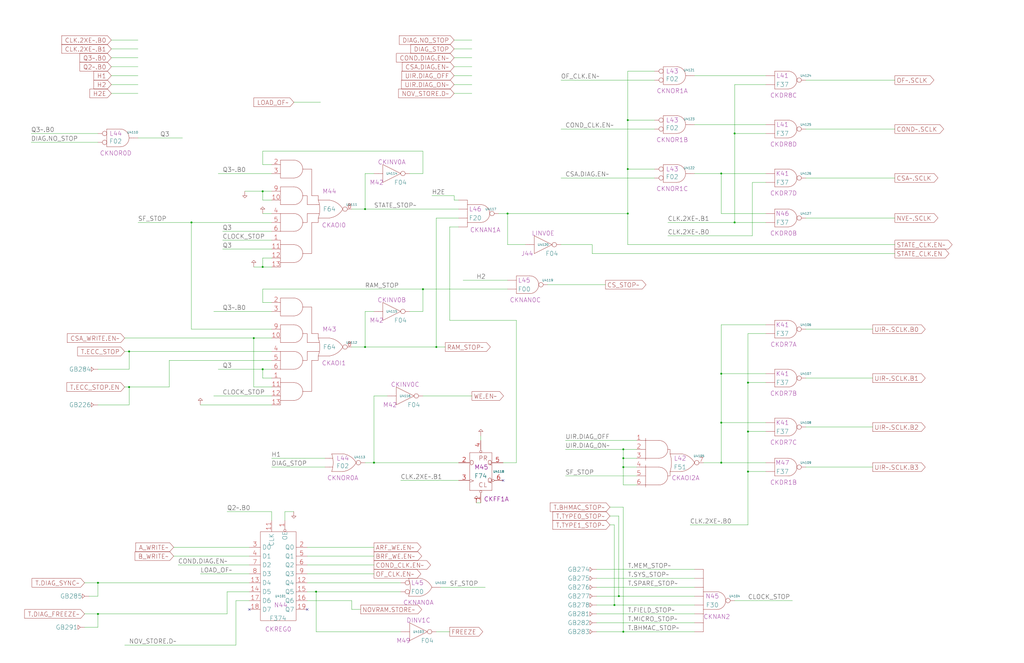
<source format=kicad_sch>
(kicad_sch (version 20250114) (generator "eeschema") (generator_version "9.0")
  (paper "User" 584.2 378.46)
  (title_block (title "CLOCK GENERATION\\nSTATE CLOCKS") (date "15-MAR-90") (rev "1.0") (comment 1 "TYPE") (comment 2 "232-003062") (comment 3 "S400") (comment 4 "RELEASED"))
  (lib_symbols
    (symbol "r1000:F00" (pin_numbers (hide yes)) (pin_names (hide yes))
      (property "Reference" "U" (at 15.24 0 0))
      (property "Value" "F00" (at 1.905 -5.08 0))
      (property "Location" "___" (at 1.905 0 0))
      (property "Name" "______" (at 2.54 -12.7 0))
      (symbol "F00_1_1"
        (pin input line (at -7.62 0 0) (length 5.08) (name "D0") (number "1"))
        (pin input line (at -7.62 -5.08 0) (length 5.08) (name "D1") (number "2"))
        (pin output line (at 15.24 -2.54 180) (length 2.54) (name "Q") (number "3"))
      )
      (symbol "F00_1_2"
        (pin input line (at -7.62 0 0) (length 2.54) (name "D0") (number "1"))
        (pin input line (at -7.62 -5.08 0) (length 2.54) (name "D1") (number "2"))
        (pin output line (at 15.24 -2.54 180) (length 5.08) (name "Q") (number "3"))
      )
    )
    (symbol "r1000:F02" (pin_numbers (hide yes)) (pin_names (hide yes))
      (property "Reference" "U" (at 12.16 0.635 0))
      (property "Value" "F02" (at -1.27 -4.445 0))
      (property "Location" "___" (at 2.54 0 0))
      (property "Name" "______" (at 2.54 -12.7 0))
      (symbol "F02_1_1"
        (pin input line (at -7.62 0 0) (length 2.54) (name "D0") (number "1"))
        (pin input line (at -7.62 -5.08 0) (length 2.54) (name "D1") (number "2"))
        (pin output line (at 15.24 -2.54 180) (length 1.27) (name "Q") (number "3"))
      )
      (symbol "F02_1_2"
        (pin input line (at -7.62 0 0) (length 2.54) (name "D0") (number "1"))
        (pin input line (at -7.62 -5.08 0) (length 2.54) (name "D1") (number "2"))
        (pin output line (at 15.24 -2.54 180) (length 2.54) (name "Q") (number "3"))
      )
    )
    (symbol "r1000:F04" (pin_numbers (hide yes)) (pin_names (hide yes))
      (property "Reference" "U" (at 0 0 0))
      (property "Value" "F04" (at 1.27 -5.08 0))
      (property "Location" "___" (at -12.7 -5.08 0))
      (property "Name" "______" (at 0 5.08 0))
      (symbol "F04_1_1"
        (pin input line (at -10.16 0 0) (length 2.54) (name "D0") (number "1"))
        (pin output line (at 10.16 0 180) (length 2.54) (name "Q") (number "2"))
      )
    )
    (symbol "r1000:F20" (pin_numbers (hide yes)) (pin_names (hide yes))
      (property "Reference" "U" (at 8.255 2.54 0))
      (property "Value" "F20" (at -0.635 -2.54 0))
      (property "Location" "___" (at -0.635 2.54 0))
      (property "Name" "______" (at 5.08 -10.795 0))
      (symbol "F20_1_1"
        (pin input line (at -10.16 7.62 0) (length 5.08) (name "D0") (number "1"))
        (pin input line (at -10.16 2.54 0) (length 5.08) (name "D1") (number "2"))
        (pin input line (at -10.16 -2.54 0) (length 5.08) (name "D2") (number "4"))
        (pin input line (at -10.16 -7.62 0) (length 5.08) (name "D3") (number "5"))
        (pin output line (at 12.7 0 180) (length 2.54) (name "Q") (number "6"))
      )
      (symbol "F20_1_2"
        (pin input line (at -10.16 7.62 0) (length 1.27) (name "D0") (number "1"))
        (pin input line (at -10.16 2.54 0) (length 1.905) (name "D1") (number "2"))
        (pin input line (at -10.16 -2.54 0) (length 1.905) (name "D2") (number "4"))
        (pin input line (at -10.16 -7.62 0) (length 1.27) (name "D3") (number "5"))
        (pin output line (at 12.7 0 180) (length 5.08) (name "Q") (number "6"))
      )
    )
    (symbol "r1000:F30" (pin_numbers (hide yes)) (pin_names (hide yes))
      (property "Reference" "U" (at 15.24 2.54 0))
      (property "Value" "F30" (at 2.54 -2.54 0))
      (property "Location" "___" (at 2.54 2.54 0))
      (property "Name" "______" (at 5.08 -10.62 0))
      (symbol "F30_1_1"
        (pin input line (at -7.62 17.78 0) (length 5.08) (name "D0") (number "11"))
        (pin input line (at -7.62 12.7 0) (length 5.08) (name "D1") (number "12"))
        (pin input line (at -7.62 7.62 0) (length 5.08) (name "D2") (number "1"))
        (pin input line (at -7.62 2.54 0) (length 5.08) (name "D3") (number "2"))
        (pin input line (at -7.62 -2.54 0) (length 5.08) (name "D4") (number "3"))
        (pin input line (at -7.62 -7.62 0) (length 5.08) (name "D5") (number "4"))
        (pin input line (at -7.62 -12.7 0) (length 5.08) (name "D6") (number "5"))
        (pin input line (at -7.62 -17.78 0) (length 5.08) (name "D7") (number "6"))
        (pin output line (at 15.24 0 180) (length 2.54) (name "Q") (number "8"))
      )
    )
    (symbol "r1000:F37" (pin_numbers (hide yes)) (pin_names (offset 0) (hide yes))
      (property "Reference" "U" (at 15.24 0 0))
      (property "Value" "F37" (at 1.905 -5.08 0))
      (property "Location" "___" (at 1.905 0 0))
      (property "Name" "______" (at 2.54 -12.7 0))
      (symbol "F37_1_1"
        (pin input line (at -7.62 0 0) (length 5.08) (name "D0") (number "1"))
        (pin input line (at -7.62 -5.08 0) (length 5.08) (name "D1") (number "2"))
        (pin output line (at 15.24 -2.54 180) (length 2.54) (name "Q") (number "3"))
      )
      (symbol "F37_1_2"
        (pin input line (at -7.62 0 0) (length 2.54) (name "D0") (number "1"))
        (pin input line (at -7.62 -5.08 0) (length 2.54) (name "D1") (number "2"))
        (pin output line (at 15.24 -2.54 180) (length 5.08) (name "Q") (number "3"))
      )
    )
    (symbol "r1000:F374" (pin_names (offset 1.016))
      (property "Reference" "U" (at 2.54 5.08 0))
      (property "Value" "F374" (at -3.81 -7.62 0))
      (property "Location" "___" (at -1.27 0 0))
      (property "Name" "______" (at 1.27 -15.24 0))
      (symbol "F374_1_1"
        (pin input line (at -15.24 33.02 0) (length 6.35) (name "D0") (number "3"))
        (pin input line (at -15.24 27.94 0) (length 6.35) (name "D1") (number "4"))
        (pin input line (at -15.24 22.86 0) (length 6.35) (name "D2") (number "7"))
        (pin input line (at -15.24 17.78 0) (length 6.35) (name "D3") (number "8"))
        (pin input line (at -15.24 12.7 0) (length 6.35) (name "D4") (number "13"))
        (pin input line (at -15.24 7.62 0) (length 6.35) (name "D5") (number "14"))
        (pin input line (at -15.24 2.54 0) (length 6.35) (name "D6") (number "17"))
        (pin input line (at -15.24 -2.54 0) (length 6.35) (name "D7") (number "18"))
        (pin input line (at -2.54 48.26 270) (length 6.35) (name "CLK") (number "11"))
        (pin input line (at 5.08 48.26 270) (length 5.08) (name "OE") (number "1"))
        (pin tri_state line (at 17.78 33.02 180) (length 6.35) (name "Q0") (number "2"))
        (pin tri_state line (at 17.78 27.94 180) (length 6.35) (name "Q1") (number "5"))
        (pin tri_state line (at 17.78 22.86 180) (length 6.35) (name "Q2") (number "6"))
        (pin tri_state line (at 17.78 17.78 180) (length 6.35) (name "Q3") (number "9"))
        (pin tri_state line (at 17.78 12.7 180) (length 6.35) (name "Q4") (number "12"))
        (pin tri_state line (at 17.78 7.62 180) (length 6.35) (name "Q5") (number "15"))
        (pin tri_state line (at 17.78 2.54 180) (length 6.35) (name "Q6") (number "16"))
        (pin tri_state line (at 17.78 -2.54 180) (length 6.35) (name "Q7") (number "19"))
      )
    )
    (symbol "r1000:F51" (pin_names (hide yes))
      (property "Reference" "U" (at 12.7 1.27 0))
      (property "Value" "F51" (at 1.905 -5.08 0))
      (property "Location" "___" (at 1.905 0 0))
      (property "Name" "______" (at 5.08 -12.7 0))
      (symbol "F51_1_1"
        (pin input line (at -22.86 10.16 0) (length 2.54) (name "A1") (number "1"))
        (pin input line (at -22.86 5.08 0) (length 2.54) (name "A2") (number "2"))
        (pin input line (at -22.86 0 0) (length 2.54) (name "A3") (number "3"))
        (pin input line (at -22.86 -5.08 0) (length 2.54) (name "B1") (number "4"))
        (pin input line (at -22.86 -10.16 0) (length 2.54) (name "B2") (number "5"))
        (pin input line (at -22.86 -15.24 0) (length 2.54) (name "B3") (number "6"))
        (pin output line (at 15.24 -2.54 180) (length 2.54) (name "Q") (number "7"))
      )
    )
    (symbol "r1000:F64" (pin_names (hide yes))
      (property "Reference" "U" (at 15.24 2.54 0))
      (property "Value" "F64" (at 2.54 0 0))
      (property "Location" "___" (at 2.54 10.16 0))
      (property "Name" "______" (at 5.08 -10.62 0))
      (symbol "F64_1_1"
        (pin input line (at -30.48 25.4 0) (length 5.08) (name "A0") (number "2"))
        (pin input line (at -30.48 20.32 0) (length 5.08) (name "A1") (number "3"))
        (pin input line (at -30.48 10.16 0) (length 5.08) (name "B0") (number "9"))
        (pin input line (at -30.48 5.08 0) (length 5.08) (name "B1") (number "10"))
        (pin input line (at -30.48 -2.54 0) (length 5.08) (name "C0") (number "4"))
        (pin input line (at -30.48 -7.62 0) (length 5.08) (name "C1") (number "5"))
        (pin input line (at -30.48 -12.7 0) (length 5.08) (name "C2") (number "6"))
        (pin input line (at -30.48 -17.78 0) (length 5.08) (name "D0") (number "1"))
        (pin input line (at -30.48 -22.86 0) (length 5.08) (name "D1") (number "11"))
        (pin input line (at -30.48 -27.94 0) (length 5.08) (name "D2") (number "12"))
        (pin input line (at -30.48 -33.02 0) (length 5.08) (name "D3") (number "13"))
        (pin output line (at 15.24 0 180) (length 2.54) (name "Q") (number "8"))
      )
    )
    (symbol "r1000:F74" (pin_names (offset 1.016) (hide yes))
      (property "Reference" "U" (at 12.7 -2.54 0))
      (property "Value" "F74" (at -1.27 -5.08 0))
      (property "Location" "___" (at -1.27 0 0))
      (property "Name" "______" (at 11.43 -19.685 0))
      (symbol "F74_1_1"
        (text "D" (at -2.54 2.54 0) (effects (font (size 2.54 2.54))))
        (text ">" (at -2.54 -7.62 0) (effects (font (size 2.54 2.54))))
        (text "P" (at 2.54 5.08 0) (effects (font (size 2.54 2.54))))
        (text "C" (at 2.54 -10.16 0) (effects (font (size 2.54 2.54))))
        (text "R" (at 5.08 5.08 0) (effects (font (size 2.54 2.54))))
        (text "L" (at 5.08 -10.16 0) (effects (font (size 2.54 2.54))))
        (text "Q" (at 7.62 2.54 0) (effects (font (size 2.54 2.54))))
        (text "Q" (at 7.62 -7.62 0) (effects (font (size 2.54 2.54))))
        (pin input line (at -10.16 2.54 0) (length 6.35) (name "D") (number "2"))
        (pin input line (at -10.16 -7.62 0) (length 6.35) (name "CLK") (number "3"))
        (pin input line (at 2.54 15.24 270) (length 5.08) (name "PR_") (number "4"))
        (pin input line (at 2.54 -20.32 90) (length 5.08) (name "CL_") (number "1"))
        (pin output line (at 15.24 2.54 180) (length 6.35) (name "Q") (number "5"))
        (pin output line (at 15.24 -7.62 180) (length 5.08) (name "Q_") (number "6"))
      )
    )
    (symbol "r1000:GB" (pin_numbers (hide yes)) (pin_names (offset 0) (hide yes))
      (property "Reference" "GB" (at 3.81 0 0))
      (symbol "GB_1_1"
        (pin bidirectional line (at 0 0 0) (length 2.54) (name "") (number "1"))
      )
    )
    (symbol "r1000:PD" (power) (pin_numbers (hide yes)) (pin_names (hide yes)) (in_bom no)
      (symbol "PD_1_1"
        (pin power_in line (at 0 0 270) (length 2.54) (name "PD") (number "1"))
      )
    )
    (symbol "r1000:PU" (power) (pin_numbers (hide yes)) (pin_names (hide yes))
      (symbol "PU_1_1"
        (pin power_in line (at 0 0 90) (length 2.54) (name "PU") (number "1"))
      )
    )
  )
  (junction (at 109.22 127))
  (junction (at 411.48 264.16))
  (junction (at 355.6 256.54))
  (junction (at 55.88 332.74))
  (junction (at 144.78 193.04))
  (junction (at 353.06 340.36))
  (junction (at 355.6 261.62))
  (junction (at 180.34 337.82))
  (junction (at 73.66 220.98))
  (junction (at 426.72 218.44))
  (junction (at 73.66 200.66))
  (junction (at 355.6 266.7))
  (junction (at 289.56 121.92))
  (junction (at 149.86 210.82))
  (junction (at 241.3 165.1))
  (junction (at 149.86 109.22))
  (junction (at 358.14 68.58))
  (junction (at 411.48 213.36))
  (junction (at 213.36 264.16))
  (junction (at 350.52 345.44))
  (junction (at 208.28 119.38))
  (junction (at 411.48 241.3))
  (junction (at 426.72 246.38))
  (junction (at 358.14 121.92))
  (junction (at 411.48 99.06))
  (junction (at 248.92 198.12))
  (junction (at 426.72 269.24))
  (junction (at 419.1 127))
  (junction (at 208.28 198.12))
  (junction (at 55.88 350.52))
  (junction (at 355.6 360.68))
  (junction (at 149.86 152.4))
  (junction (at 358.14 96.52))
  (junction (at 419.1 76.2))
  (no_connect (at 175.26 347.98))
  (no_connect (at 142.24 347.98))
  (no_connect (at 287.02 274.32))
  (wire (pts (xy 411.48 121.92) (xy 411.48 99.06)))
  (wire (pts (xy 350.52 299.72) (xy 350.52 345.44)))
  (wire (pts (xy 261.62 114.3) (xy 259.08 114.3)))
  (wire (pts (xy 289.56 139.7) (xy 289.56 121.92)))
  (wire (pts (xy 233.68 177.8) (xy 241.3 177.8)))
  (wire (pts (xy 259.08 53.34) (xy 269.24 53.34)))
  (wire (pts (xy 259.08 22.86) (xy 269.24 22.86)))
  (wire (pts (xy 322.58 271.78) (xy 363.22 271.78)))
  (wire (pts (xy 48.26 332.74) (xy 55.88 332.74)))
  (wire (pts (xy 208.28 264.16) (xy 213.36 264.16)))
  (wire (pts (xy 124.46 99.06) (xy 154.94 99.06)))
  (wire (pts (xy 340.36 350.52) (xy 396.24 350.52)))
  (wire (pts (xy 213.36 99.06) (xy 208.28 99.06)))
  (wire (pts (xy 63.5 38.1) (xy 78.74 38.1)))
  (wire (pts (xy 149.86 172.72) (xy 154.94 172.72)))
  (wire (pts (xy 71.12 200.66) (xy 73.66 200.66)))
  (wire (pts (xy 355.6 266.7) (xy 355.6 261.62)))
  (wire (pts (xy 340.36 335.28) (xy 396.24 335.28)))
  (wire (pts (xy 248.92 198.12) (xy 254 198.12)))
  (wire (pts (xy 358.14 121.92) (xy 358.14 139.7)))
  (wire (pts (xy 144.78 220.98) (xy 144.78 193.04)))
  (wire (pts (xy 436.88 185.42) (xy 411.48 185.42)))
  (wire (pts (xy 340.36 325.12) (xy 396.24 325.12)))
  (wire (pts (xy 96.52 205.74) (xy 96.52 220.98)))
  (wire (pts (xy 355.6 289.56) (xy 355.6 360.68)))
  (wire (pts (xy 436.88 190.5) (xy 426.72 190.5)))
  (wire (pts (xy 99.06 317.5) (xy 142.24 317.5)))
  (wire (pts (xy 259.08 43.18) (xy 269.24 43.18)))
  (wire (pts (xy 248.92 360.68) (xy 256.54 360.68)))
  (wire (pts (xy 363.22 276.86) (xy 355.6 276.86)))
  (wire (pts (xy 419.1 127) (xy 436.88 127)))
  (wire (pts (xy 419.1 48.26) (xy 419.1 76.2)))
  (wire (pts (xy 154.94 187.96) (xy 109.22 187.96)))
  (wire (pts (xy 99.06 312.42) (xy 142.24 312.42)))
  (wire (pts (xy 127 142.24) (xy 154.94 142.24)))
  (wire (pts (xy 154.94 147.32) (xy 149.86 147.32)))
  (wire (pts (xy 426.72 246.38) (xy 426.72 269.24)))
  (wire (pts (xy 55.88 210.82) (xy 73.66 210.82)))
  (wire (pts (xy 271.78 287.02) (xy 274.32 287.02)))
  (wire (pts (xy 322.58 251.46) (xy 363.22 251.46)))
  (wire (pts (xy 294.64 264.16) (xy 294.64 182.88)))
  (wire (pts (xy 73.66 220.98) (xy 71.12 220.98)))
  (wire (pts (xy 459.74 124.46) (xy 510.54 124.46)))
  (wire (pts (xy 63.5 48.26) (xy 78.74 48.26)))
  (wire (pts (xy 63.5 27.94) (xy 78.74 27.94)))
  (wire (pts (xy 429.26 134.62) (xy 381 134.62)))
  (wire (pts (xy 256.54 182.88) (xy 256.54 129.54)))
  (wire (pts (xy 259.08 48.26) (xy 269.24 48.26)))
  (wire (pts (xy 200.66 198.12) (xy 208.28 198.12)))
  (wire (pts (xy 426.72 218.44) (xy 436.88 218.44)))
  (wire (pts (xy 347.98 289.56) (xy 355.6 289.56)))
  (wire (pts (xy 149.86 215.9) (xy 149.86 210.82)))
  (wire (pts (xy 180.34 360.68) (xy 180.34 337.82)))
  (wire (pts (xy 426.72 269.24) (xy 426.72 299.72)))
  (wire (pts (xy 17.78 81.28) (xy 55.88 81.28)))
  (wire (pts (xy 154.94 297.18) (xy 154.94 292.1)))
  (wire (pts (xy 149.86 147.32) (xy 149.86 152.4)))
  (wire (pts (xy 459.74 215.9) (xy 497.84 215.9)))
  (wire (pts (xy 127 132.08) (xy 154.94 132.08)))
  (wire (pts (xy 114.3 327.66) (xy 142.24 327.66)))
  (wire (pts (xy 337.82 139.7) (xy 337.82 144.78)))
  (wire (pts (xy 180.34 337.82) (xy 228.6 337.82)))
  (wire (pts (xy 144.78 193.04) (xy 154.94 193.04)))
  (wire (pts (xy 459.74 73.66) (xy 510.54 73.66)))
  (wire (pts (xy 175.26 312.42) (xy 213.36 312.42)))
  (wire (pts (xy 175.26 317.5) (xy 213.36 317.5)))
  (wire (pts (xy 200.66 119.38) (xy 208.28 119.38)))
  (wire (pts (xy 294.64 182.88) (xy 256.54 182.88)))
  (wire (pts (xy 78.74 78.74) (xy 104.14 78.74)))
  (wire (pts (xy 411.48 264.16) (xy 436.88 264.16)))
  (wire (pts (xy 411.48 213.36) (xy 436.88 213.36)))
  (wire (pts (xy 162.56 292.1) (xy 162.56 297.18)))
  (wire (pts (xy 340.36 330.2) (xy 396.24 330.2)))
  (wire (pts (xy 358.14 96.52) (xy 358.14 121.92)))
  (wire (pts (xy 320.04 45.72) (xy 373.38 45.72)))
  (wire (pts (xy 63.5 22.86) (xy 78.74 22.86)))
  (wire (pts (xy 71.12 368.3) (xy 134.62 368.3)))
  (wire (pts (xy 358.14 139.7) (xy 510.54 139.7)))
  (wire (pts (xy 208.28 119.38) (xy 261.62 119.38)))
  (wire (pts (xy 459.74 101.6) (xy 510.54 101.6)))
  (wire (pts (xy 63.5 43.18) (xy 78.74 43.18)))
  (wire (pts (xy 96.52 220.98) (xy 73.66 220.98)))
  (wire (pts (xy 355.6 256.54) (xy 363.22 256.54)))
  (wire (pts (xy 426.72 190.5) (xy 426.72 218.44)))
  (wire (pts (xy 129.54 337.82) (xy 129.54 350.52)))
  (wire (pts (xy 144.78 152.4) (xy 149.86 152.4)))
  (wire (pts (xy 167.64 292.1) (xy 162.56 292.1)))
  (wire (pts (xy 200.66 342.9) (xy 200.66 347.98)))
  (wire (pts (xy 78.74 127) (xy 109.22 127)))
  (wire (pts (xy 358.14 68.58) (xy 358.14 96.52)))
  (wire (pts (xy 322.58 256.54) (xy 355.6 256.54)))
  (wire (pts (xy 259.08 27.94) (xy 269.24 27.94)))
  (wire (pts (xy 355.6 261.62) (xy 355.6 256.54)))
  (wire (pts (xy 149.86 109.22) (xy 154.94 109.22)))
  (wire (pts (xy 274.32 248.92) (xy 274.32 251.46)))
  (wire (pts (xy 142.24 342.9) (xy 134.62 342.9)))
  (wire (pts (xy 241.3 177.8) (xy 241.3 165.1)))
  (wire (pts (xy 340.36 360.68) (xy 355.6 360.68)))
  (wire (pts (xy 411.48 213.36) (xy 411.48 241.3)))
  (wire (pts (xy 363.22 266.7) (xy 355.6 266.7)))
  (wire (pts (xy 175.26 327.66) (xy 213.36 327.66)))
  (wire (pts (xy 114.3 231.14) (xy 154.94 231.14)))
  (wire (pts (xy 353.06 340.36) (xy 396.24 340.36)))
  (wire (pts (xy 246.38 111.76) (xy 259.08 111.76)))
  (wire (pts (xy 200.66 347.98) (xy 205.74 347.98)))
  (wire (pts (xy 213.36 264.16) (xy 261.62 264.16)))
  (wire (pts (xy 251.46 335.28) (xy 276.86 335.28)))
  (wire (pts (xy 17.78 76.2) (xy 55.88 76.2)))
  (wire (pts (xy 337.82 144.78) (xy 510.54 144.78)))
  (wire (pts (xy 73.66 200.66) (xy 154.94 200.66)))
  (wire (pts (xy 208.28 177.8) (xy 208.28 198.12)))
  (wire (pts (xy 154.94 114.3) (xy 149.86 114.3)))
  (wire (pts (xy 109.22 127) (xy 154.94 127)))
  (wire (pts (xy 55.88 231.14) (xy 73.66 231.14)))
  (wire (pts (xy 154.94 266.7) (xy 185.42 266.7)))
  (wire (pts (xy 436.88 48.26) (xy 419.1 48.26)))
  (wire (pts (xy 396.24 99.06) (xy 411.48 99.06)))
  (wire (pts (xy 411.48 241.3) (xy 411.48 264.16)))
  (wire (pts (xy 264.16 160.02) (xy 289.56 160.02)))
  (wire (pts (xy 396.24 43.18) (xy 436.88 43.18)))
  (wire (pts (xy 241.3 86.36) (xy 149.86 86.36)))
  (wire (pts (xy 459.74 187.96) (xy 497.84 187.96)))
  (wire (pts (xy 213.36 226.06) (xy 213.36 264.16)))
  (wire (pts (xy 289.56 121.92) (xy 284.48 121.92)))
  (wire (pts (xy 312.42 162.56) (xy 345.44 162.56)))
  (wire (pts (xy 71.12 193.04) (xy 144.78 193.04)))
  (wire (pts (xy 63.5 33.02) (xy 78.74 33.02)))
  (wire (pts (xy 411.48 241.3) (xy 436.88 241.3)))
  (wire (pts (xy 241.3 99.06) (xy 241.3 86.36)))
  (wire (pts (xy 124.46 210.82) (xy 149.86 210.82)))
  (wire (pts (xy 50.8 340.36) (xy 55.88 340.36)))
  (wire (pts (xy 411.48 99.06) (xy 436.88 99.06)))
  (wire (pts (xy 259.08 114.3) (xy 259.08 111.76)))
  (wire (pts (xy 248.92 124.46) (xy 248.92 198.12)))
  (wire (pts (xy 149.86 121.92) (xy 154.94 121.92)))
  (wire (pts (xy 401.32 264.16) (xy 411.48 264.16)))
  (wire (pts (xy 340.36 345.44) (xy 350.52 345.44)))
  (wire (pts (xy 353.06 294.64) (xy 353.06 340.36)))
  (wire (pts (xy 55.88 332.74) (xy 142.24 332.74)))
  (wire (pts (xy 213.36 177.8) (xy 208.28 177.8)))
  (wire (pts (xy 129.54 350.52) (xy 55.88 350.52)))
  (wire (pts (xy 459.74 45.72) (xy 510.54 45.72)))
  (wire (pts (xy 73.66 210.82) (xy 73.66 200.66)))
  (wire (pts (xy 167.64 58.42) (xy 182.88 58.42)))
  (wire (pts (xy 256.54 129.54) (xy 261.62 129.54)))
  (wire (pts (xy 419.1 76.2) (xy 419.1 127)))
  (wire (pts (xy 208.28 198.12) (xy 248.92 198.12)))
  (wire (pts (xy 154.94 215.9) (xy 149.86 215.9)))
  (wire (pts (xy 55.88 332.74) (xy 55.88 340.36)))
  (wire (pts (xy 419.1 342.9) (xy 452.12 342.9)))
  (wire (pts (xy 299.72 139.7) (xy 289.56 139.7)))
  (wire (pts (xy 355.6 360.68) (xy 396.24 360.68)))
  (wire (pts (xy 241.3 165.1) (xy 149.86 165.1)))
  (wire (pts (xy 459.74 243.84) (xy 497.84 243.84)))
  (wire (pts (xy 358.14 96.52) (xy 373.38 96.52)))
  (wire (pts (xy 175.26 337.82) (xy 180.34 337.82)))
  (wire (pts (xy 149.86 165.1) (xy 149.86 172.72)))
  (wire (pts (xy 142.24 337.82) (xy 129.54 337.82)))
  (wire (pts (xy 154.94 261.62) (xy 185.42 261.62)))
  (wire (pts (xy 320.04 73.66) (xy 373.38 73.66)))
  (wire (pts (xy 358.14 121.92) (xy 289.56 121.92)))
  (wire (pts (xy 358.14 68.58) (xy 373.38 68.58)))
  (wire (pts (xy 154.94 220.98) (xy 144.78 220.98)))
  (wire (pts (xy 340.36 355.6) (xy 396.24 355.6)))
  (wire (pts (xy 121.92 226.06) (xy 154.94 226.06)))
  (wire (pts (xy 154.94 205.74) (xy 96.52 205.74)))
  (wire (pts (xy 411.48 185.42) (xy 411.48 213.36)))
  (wire (pts (xy 289.56 165.1) (xy 241.3 165.1)))
  (wire (pts (xy 233.68 99.06) (xy 241.3 99.06)))
  (wire (pts (xy 373.38 40.64) (xy 358.14 40.64)))
  (wire (pts (xy 129.54 292.1) (xy 154.94 292.1)))
  (wire (pts (xy 259.08 33.02) (xy 269.24 33.02)))
  (wire (pts (xy 134.62 342.9) (xy 134.62 368.3)))
  (wire (pts (xy 139.7 109.22) (xy 149.86 109.22)))
  (wire (pts (xy 149.86 93.98) (xy 154.94 93.98)))
  (wire (pts (xy 355.6 276.86) (xy 355.6 266.7)))
  (wire (pts (xy 320.04 139.7) (xy 337.82 139.7)))
  (wire (pts (xy 426.72 218.44) (xy 426.72 246.38)))
  (wire (pts (xy 381 127) (xy 419.1 127)))
  (wire (pts (xy 350.52 345.44) (xy 396.24 345.44)))
  (wire (pts (xy 55.88 350.52) (xy 48.26 350.52)))
  (wire (pts (xy 436.88 104.14) (xy 429.26 104.14)))
  (wire (pts (xy 208.28 99.06) (xy 208.28 119.38)))
  (wire (pts (xy 429.26 104.14) (xy 429.26 134.62)))
  (wire (pts (xy 73.66 220.98) (xy 73.66 231.14)))
  (wire (pts (xy 241.3 226.06) (xy 269.24 226.06)))
  (wire (pts (xy 127 137.16) (xy 154.94 137.16)))
  (wire (pts (xy 228.6 274.32) (xy 261.62 274.32)))
  (wire (pts (xy 175.26 332.74) (xy 228.6 332.74)))
  (wire (pts (xy 340.36 340.36) (xy 353.06 340.36)))
  (wire (pts (xy 48.26 358.14) (xy 55.88 358.14)))
  (wire (pts (xy 220.98 226.06) (xy 213.36 226.06)))
  (wire (pts (xy 287.02 264.16) (xy 294.64 264.16)))
  (wire (pts (xy 419.1 76.2) (xy 436.88 76.2)))
  (wire (pts (xy 347.98 294.64) (xy 353.06 294.64)))
  (wire (pts (xy 149.86 210.82) (xy 154.94 210.82)))
  (wire (pts (xy 149.86 152.4) (xy 154.94 152.4)))
  (wire (pts (xy 109.22 187.96) (xy 109.22 127)))
  (wire (pts (xy 55.88 358.14) (xy 55.88 350.52)))
  (wire (pts (xy 347.98 299.72) (xy 350.52 299.72)))
  (wire (pts (xy 426.72 269.24) (xy 436.88 269.24)))
  (wire (pts (xy 63.5 53.34) (xy 78.74 53.34)))
  (wire (pts (xy 175.26 342.9) (xy 200.66 342.9)))
  (wire (pts (xy 363.22 261.62) (xy 355.6 261.62)))
  (wire (pts (xy 459.74 266.7) (xy 497.84 266.7)))
  (wire (pts (xy 149.86 114.3) (xy 149.86 109.22)))
  (wire (pts (xy 228.6 360.68) (xy 180.34 360.68)))
  (wire (pts (xy 358.14 40.64) (xy 358.14 68.58)))
  (wire (pts (xy 320.04 101.6) (xy 373.38 101.6)))
  (wire (pts (xy 436.88 121.92) (xy 411.48 121.92)))
  (wire (pts (xy 261.62 124.46) (xy 248.92 124.46)))
  (wire (pts (xy 121.92 177.8) (xy 154.94 177.8)))
  (wire (pts (xy 101.6 322.58) (xy 142.24 322.58)))
  (wire (pts (xy 426.72 246.38) (xy 436.88 246.38)))
  (wire (pts (xy 175.26 322.58) (xy 213.36 322.58)))
  (wire (pts (xy 259.08 38.1) (xy 269.24 38.1)))
  (wire (pts (xy 396.24 71.12) (xy 436.88 71.12)))
  (wire (pts (xy 149.86 86.36) (xy 149.86 93.98)))
  (wire (pts (xy 393.7 299.72) (xy 426.72 299.72)))
  (label "OF_CLK.EN~" (at 320.04 45.72 0) (effects (font (size 2.54 2.54))))
  (label "CLK.2XE~.B0" (at 393.7 299.72 0) (effects (font (size 2.54 2.54))))
  (label "CSA.DIAG.EN~" (at 322.58 101.6 0) (effects (font (size 2.54 2.54))))
  (label "SF_STOP" (at 322.58 271.78 0) (effects (font (size 2.54 2.54))))
  (label "T.SYS_STOP~" (at 358.14 330.2 0) (effects (font (size 2.54 2.54))))
  (label "DIAG_STOP" (at 154.94 266.7 0) (effects (font (size 2.54 2.54))))
  (label "SF_STOP" (at 256.54 335.28 0) (effects (font (size 2.54 2.54))))
  (label "Q3~.B0" (at 127 99.06 0) (effects (font (size 2.54 2.54))))
  (label "T.MICRO_STOP~" (at 358.14 355.6 0) (effects (font (size 2.54 2.54))))
  (label "CLK.2XE~.B0" (at 381 134.62 0) (effects (font (size 2.54 2.54))))
  (label "NOV_STORE.D~" (at 73.66 368.3 0) (effects (font (size 2.54 2.54))))
  (label "CLOCK_STOP" (at 426.72 342.9 0) (effects (font (size 2.54 2.54))))
  (label "SF_STOP" (at 78.74 127 0) (effects (font (size 2.54 2.54))))
  (label "Q3" (at 91.44 78.74 0) (effects (font (size 2.54 2.54))))
  (label "Q3~.B0" (at 17.78 76.2 0) (effects (font (size 2.54 2.54))))
  (label "H1" (at 154.94 261.62 0) (effects (font (size 2.54 2.54))))
  (label "T.FIELD_STOP~" (at 358.14 350.52 0) (effects (font (size 2.54 2.54))))
  (label "UIR.DIAG_OFF" (at 322.58 251.46 0) (effects (font (size 2.54 2.54))))
  (label "RAM_STOP" (at 208.28 165.1 0) (effects (font (size 2.54 2.54))))
  (label "COND_CLK.EN~" (at 322.58 73.66 0) (effects (font (size 2.54 2.54))))
  (label "Q3" (at 127 210.82 0) (effects (font (size 2.54 2.54))))
  (label "Q3" (at 127 132.08 0) (effects (font (size 2.54 2.54))))
  (label "CLOCK_STOP" (at 127 137.16 0) (effects (font (size 2.54 2.54))))
  (label "T.MEM_STOP~" (at 358.14 325.12 0) (effects (font (size 2.54 2.54))))
  (label "CLK.2XE~.B1" (at 228.6 274.32 0) (effects (font (size 2.54 2.54))))
  (label "Q2~.B0" (at 129.54 292.1 0) (effects (font (size 2.54 2.54))))
  (label "T.SPARE_STOP~" (at 358.14 335.28 0) (effects (font (size 2.54 2.54))))
  (label "CLOCK_STOP" (at 127 226.06 0) (effects (font (size 2.54 2.54))))
  (label "LOAD_OF~" (at 114.3 327.66 0) (effects (font (size 2.54 2.54))))
  (label "COND.DIAG.EN~" (at 101.6 322.58 0) (effects (font (size 2.54 2.54))))
  (label "T.BHMAC_STOP~" (at 358.14 360.68 0) (effects (font (size 2.54 2.54))))
  (label "CLK.2XE~.B1" (at 381 127 0) (effects (font (size 2.54 2.54))))
  (label "STATE_STOP~" (at 213.36 119.38 0) (effects (font (size 2.54 2.54))))
  (label "Q3" (at 127 142.24 0) (effects (font (size 2.54 2.54))))
  (label "Q3~.B0" (at 127 177.8 0) (effects (font (size 2.54 2.54))))
  (label "H2" (at 271.78 160.02 0) (effects (font (size 2.54 2.54))))
  (label "H2E" (at 246.38 111.76 0) (effects (font (size 2.54 2.54))))
  (label "DIAG.NO_STOP" (at 17.78 81.28 0) (effects (font (size 2.54 2.54))))
  (label "UIR.DIAG_ON~" (at 322.58 256.54 0) (effects (font (size 2.54 2.54))))
  (global_label "UIR~.SCLK.B2" (shape output) (at 497.84 243.84 0) (effects (font (size 2.54 2.54))) (property "Intersheetrefs" "${INTERSHEET_REFS}" (at 527.6336 243.6813 0) (effects (font (size 1.905 1.905)) (justify left))))
  (global_label "T.ECC_STOP" (shape input) (at 71.12 200.66 180) (effects (font (size 2.54 2.54))) (property "Intersheetrefs" "${INTERSHEET_REFS}" (at 44.2807 200.5013 0) (effects (font (size 1.905 1.905)) (justify right))))
  (global_label "STATE_CLK.EN~" (shape output) (at 510.54 139.7 0) (effects (font (size 2.54 2.54))) (property "Intersheetrefs" "${INTERSHEET_REFS}" (at 543.185 139.5413 0) (effects (font (size 1.905 1.905)) (justify left))))
  (global_label "COND~.SCLK" (shape output) (at 510.54 73.66 0) (effects (font (size 2.54 2.54))) (property "Intersheetrefs" "${INTERSHEET_REFS}" (at 538.347 73.5013 0) (effects (font (size 1.905 1.905)) (justify left))))
  (global_label "COND_CLK.EN~" (shape output) (at 213.36 322.58 0) (effects (font (size 2.54 2.54))) (property "Intersheetrefs" "${INTERSHEET_REFS}" (at 245.6422 322.4213 0) (effects (font (size 1.905 1.905)) (justify left))))
  (global_label "A_WRITE~" (shape input) (at 99.06 312.42 180) (effects (font (size 2.54 2.54))) (property "Intersheetrefs" "${INTERSHEET_REFS}" (at 77.6121 312.2613 0) (effects (font (size 1.905 1.905)) (justify right))))
  (global_label "UIR.DIAG_OFF" (shape input) (at 259.08 43.18 180) (effects (font (size 2.54 2.54))) (property "Intersheetrefs" "${INTERSHEET_REFS}" (at 229.2169 43.0213 0) (effects (font (size 1.905 1.905)) (justify right))))
  (global_label "CS_STOP~" (shape output) (at 345.44 162.56 0) (effects (font (size 2.54 2.54))) (property "Intersheetrefs" "${INTERSHEET_REFS}" (at 368.5298 162.4013 0) (effects (font (size 1.905 1.905)) (justify left))))
  (global_label "BRF_WE.EN~" (shape output) (at 213.36 317.5 0) (effects (font (size 2.54 2.54))) (property "Intersheetrefs" "${INTERSHEET_REFS}" (at 240.3717 317.3413 0) (effects (font (size 1.905 1.905)) (justify left))))
  (global_label "UIR.DIAG_ON~" (shape input) (at 259.08 48.26 180) (effects (font (size 2.54 2.54))) (property "Intersheetrefs" "${INTERSHEET_REFS}" (at 229.0959 48.1013 0) (effects (font (size 1.905 1.905)) (justify right))))
  (global_label "CLK.2XE~.B1" (shape input) (at 63.5 27.94 180) (effects (font (size 2.54 2.54))) (property "Intersheetrefs" "${INTERSHEET_REFS}" (at 35.2092 27.7813 0) (effects (font (size 1.905 1.905)) (justify right))))
  (global_label "UIR~.SCLK.B0" (shape output) (at 497.84 187.96 0) (effects (font (size 2.54 2.54))) (property "Intersheetrefs" "${INTERSHEET_REFS}" (at 527.6336 187.8013 0) (effects (font (size 1.905 1.905)) (justify left))))
  (global_label "CLK.2XE~.B0" (shape input) (at 63.5 22.86 180) (effects (font (size 2.54 2.54))) (property "Intersheetrefs" "${INTERSHEET_REFS}" (at 35.2092 22.7013 0) (effects (font (size 1.905 1.905)) (justify right))))
  (global_label "DIAG_STOP" (shape input) (at 259.08 27.94 180) (effects (font (size 2.54 2.54))) (property "Intersheetrefs" "${INTERSHEET_REFS}" (at 234.2969 27.7813 0) (effects (font (size 1.905 1.905)) (justify right))))
  (global_label "T.TYPE1_STOP~" (shape input) (at 347.98 299.72 180) (effects (font (size 2.54 2.54))) (property "Intersheetrefs" "${INTERSHEET_REFS}" (at 315.335 299.5613 0) (effects (font (size 1.905 1.905)) (justify right))))
  (global_label "NOV_STORE.D~" (shape input) (at 259.08 53.34 180) (effects (font (size 2.54 2.54))) (property "Intersheetrefs" "${INTERSHEET_REFS}" (at 227.4026 53.1813 0) (effects (font (size 1.905 1.905)) (justify right))))
  (global_label "T.ECC_STOP.EN" (shape input) (at 71.12 220.98 180) (effects (font (size 2.54 2.54))) (property "Intersheetrefs" "${INTERSHEET_REFS}" (at 38.1121 220.8213 0) (effects (font (size 1.905 1.905)) (justify right))))
  (global_label "H1" (shape input) (at 63.5 43.18 180) (effects (font (size 2.54 2.54))) (property "Intersheetrefs" "${INTERSHEET_REFS}" (at 53.594 43.0213 0) (effects (font (size 1.905 1.905)) (justify right))))
  (global_label "DIAG.NO_STOP" (shape input) (at 259.08 22.86 180) (effects (font (size 2.54 2.54))) (property "Intersheetrefs" "${INTERSHEET_REFS}" (at 227.7654 22.7013 0) (effects (font (size 1.905 1.905)) (justify right))))
  (global_label "CSA.DIAG.EN~" (shape input) (at 259.08 38.1 180) (effects (font (size 2.54 2.54))) (property "Intersheetrefs" "${INTERSHEET_REFS}" (at 229.4588 37.9413 0) (effects (font (size 1.905 1.905)) (justify right))))
  (global_label "NOVRAM.STORE~" (shape output) (at 205.74 347.98 0) (effects (font (size 2.54 2.54))) (property "Intersheetrefs" "${INTERSHEET_REFS}" (at 240.3717 347.8213 0) (effects (font (size 1.905 1.905)) (justify left))))
  (global_label "H2E" (shape input) (at 63.5 53.34 180) (effects (font (size 2.54 2.54))) (property "Intersheetrefs" "${INTERSHEET_REFS}" (at 51.2959 53.1813 0) (effects (font (size 1.905 1.905)) (justify right))))
  (global_label "UIR~.SCLK.B1" (shape output) (at 497.84 215.9 0) (effects (font (size 2.54 2.54))) (property "Intersheetrefs" "${INTERSHEET_REFS}" (at 527.6336 215.7413 0) (effects (font (size 1.905 1.905)) (justify left))))
  (global_label "ARF_WE.EN~" (shape output) (at 213.36 312.42 0) (effects (font (size 2.54 2.54))) (property "Intersheetrefs" "${INTERSHEET_REFS}" (at 240.0088 312.2613 0) (effects (font (size 1.905 1.905)) (justify left))))
  (global_label "FREEZE" (shape output) (at 256.54 360.68 0) (effects (font (size 2.54 2.54))) (property "Intersheetrefs" "${INTERSHEET_REFS}" (at 275.206 360.5213 0) (effects (font (size 1.905 1.905)) (justify left))))
  (global_label "STATE_CLK.EN" (shape output) (at 510.54 144.78 0) (effects (font (size 2.54 2.54))) (property "Intersheetrefs" "${INTERSHEET_REFS}" (at 541.3708 144.6213 0) (effects (font (size 1.905 1.905)) (justify left))))
  (global_label "OF~.SCLK" (shape output) (at 510.54 45.72 0) (effects (font (size 2.54 2.54))) (property "Intersheetrefs" "${INTERSHEET_REFS}" (at 532.7831 45.5613 0) (effects (font (size 1.905 1.905)) (justify left))))
  (global_label "T.DIAG_FREEZE~" (shape input) (at 48.26 350.52 180) (effects (font (size 2.54 2.54))) (property "Intersheetrefs" "${INTERSHEET_REFS}" (at 14.2331 350.3613 0) (effects (font (size 1.905 1.905)) (justify right))))
  (global_label "Q3~.B0" (shape input) (at 63.5 33.02 180) (effects (font (size 2.54 2.54))) (property "Intersheetrefs" "${INTERSHEET_REFS}" (at 45.6111 32.8613 0) (effects (font (size 1.905 1.905)) (justify right))))
  (global_label "CSA~.SCLK" (shape output) (at 510.54 101.6 0) (effects (font (size 2.54 2.54))) (property "Intersheetrefs" "${INTERSHEET_REFS}" (at 535.0812 101.4413 0) (effects (font (size 1.905 1.905)) (justify left))))
  (global_label "B_WRITE~" (shape input) (at 99.06 317.5 180) (effects (font (size 2.54 2.54))) (property "Intersheetrefs" "${INTERSHEET_REFS}" (at 77.2493 317.3413 0) (effects (font (size 1.905 1.905)) (justify right))))
  (global_label "T.DIAG_SYNC~" (shape input) (at 48.26 332.74 180) (effects (font (size 2.54 2.54))) (property "Intersheetrefs" "${INTERSHEET_REFS}" (at 18.4664 332.5813 0) (effects (font (size 1.905 1.905)) (justify right))))
  (global_label "T.BHMAC_STOP~" (shape input) (at 347.98 289.56 180) (effects (font (size 2.54 2.54))) (property "Intersheetrefs" "${INTERSHEET_REFS}" (at 313.8835 289.4013 0) (effects (font (size 1.905 1.905)) (justify right))))
  (global_label "LOAD_OF~" (shape input) (at 167.64 58.42 180) (effects (font (size 2.54 2.54))) (property "Intersheetrefs" "${INTERSHEET_REFS}" (at 144.7921 58.2613 0) (effects (font (size 1.905 1.905)) (justify right))))
  (global_label "RAM_STOP~" (shape output) (at 254 198.12 0) (effects (font (size 2.54 2.54))) (property "Intersheetrefs" "${INTERSHEET_REFS}" (at 279.7508 197.9613 0) (effects (font (size 1.905 1.905)) (justify left))))
  (global_label "WE.EN~" (shape output) (at 269.24 226.06 0) (effects (font (size 2.54 2.54))) (property "Intersheetrefs" "${INTERSHEET_REFS}" (at 287.2498 225.9013 0) (effects (font (size 1.905 1.905)) (justify left))))
  (global_label "CSA_WRITE.EN~" (shape input) (at 71.12 193.04 180) (effects (font (size 2.54 2.54))) (property "Intersheetrefs" "${INTERSHEET_REFS}" (at 38.354 192.8813 0) (effects (font (size 1.905 1.905)) (justify right))))
  (global_label "UIR~.SCLK.B3" (shape output) (at 497.84 266.7 0) (effects (font (size 2.54 2.54))) (property "Intersheetrefs" "${INTERSHEET_REFS}" (at 527.6336 266.5413 0) (effects (font (size 1.905 1.905)) (justify left))))
  (global_label "T.TYPE0_STOP~" (shape input) (at 347.98 294.64 180) (effects (font (size 2.54 2.54))) (property "Intersheetrefs" "${INTERSHEET_REFS}" (at 315.335 294.4813 0) (effects (font (size 1.905 1.905)) (justify right))))
  (global_label "H2" (shape input) (at 63.5 48.26 180) (effects (font (size 2.54 2.54))) (property "Intersheetrefs" "${INTERSHEET_REFS}" (at 53.594 48.1013 0) (effects (font (size 1.905 1.905)) (justify right))))
  (global_label "NVE~.SCLK" (shape output) (at 510.54 124.46 0) (effects (font (size 2.54 2.54))) (property "Intersheetrefs" "${INTERSHEET_REFS}" (at 535.0812 124.3013 0) (effects (font (size 1.905 1.905)) (justify left))))
  (global_label "COND.DIAG.EN~" (shape input) (at 259.08 33.02 180) (effects (font (size 2.54 2.54))) (property "Intersheetrefs" "${INTERSHEET_REFS}" (at 226.193 32.8613 0) (effects (font (size 1.905 1.905)) (justify right))))
  (global_label "Q2~.B0" (shape input) (at 63.5 38.1 180) (effects (font (size 2.54 2.54))) (property "Intersheetrefs" "${INTERSHEET_REFS}" (at 45.6111 37.9413 0) (effects (font (size 1.905 1.905)) (justify right))))
  (global_label "OF_CLK.EN~" (shape output) (at 213.36 327.66 0) (effects (font (size 2.54 2.54))) (property "Intersheetrefs" "${INTERSHEET_REFS}" (at 239.8879 327.5013 0) (effects (font (size 1.905 1.905)) (justify left))))
  (symbol (lib_id "r1000:F04") (at 309.88 139.7 0) (unit 1)
    (property "Reference" "U4120" (at 309.88 139.7 0))
    (property "Value" "F04" (at 311.15 144.78 0) (effects (font (size 2.54 2.54)) (justify left)))
    (property "Location" "J44" (at 297.18 144.78 0) (effects (font (size 2.54 2.54)) (justify left)))
    (property "Name" "LINV0E" (at 309.88 134.62 0) (effects (font (size 2.54 2.54)) (justify bottom)))
  )
  (symbol (lib_id "r1000:GB") (at 340.36 350.52 0) (mirror y) (unit 1)
    (property "Reference" "GB281" (at 336.55 350.52 0) (effects (font (size 2.54 2.54)) (justify left)))
    (property "Value" "GB" (effects (hide yes)))
  )
  (symbol (lib_id "r1000:F37") (at 444.5 121.92 0) (unit 1)
    (property "Reference" "U4127" (at 459.74 121.92 0))
    (property "Value" "F37" (at 446.405 127 0) (effects (font (size 2.54 2.54))))
    (property "Location" "N46" (at 446.405 121.92 0) (effects (font (size 2.54 2.54))))
    (property "Name" "CKDR0B" (at 447.04 134.62 0) (effects (font (size 2.54 2.54)) (justify bottom)))
  )
  (symbol (lib_id "r1000:GB") (at 48.26 358.14 0) (mirror y) (unit 1)
    (property "Reference" "GB291" (at 44.45 358.14 0) (effects (font (size 2.54 2.54)) (justify left)))
    (property "Value" "GB" (effects (hide yes)))
  )
  (symbol (lib_id "r1000:F02") (at 381 68.58 0) (unit 1) (convert 2)
    (property "Reference" "U4123" (at 393.16 67.945 0))
    (property "Value" "F02" (at 379.73 73.025 0) (effects (font (size 2.54 2.54)) (justify left)))
    (property "Location" "L43" (at 383.54 68.58 0) (effects (font (size 2.54 2.54))))
    (property "Name" "CKNOR1B" (at 383.54 81.28 0) (effects (font (size 2.54 2.54)) (justify bottom)))
  )
  (symbol (lib_id "r1000:F37") (at 444.5 99.06 0) (unit 1)
    (property "Reference" "U4126" (at 459.74 99.06 0))
    (property "Value" "F37" (at 446.405 104.14 0) (effects (font (size 2.54 2.54))))
    (property "Location" "K41" (at 446.405 99.06 0) (effects (font (size 2.54 2.54))))
    (property "Name" "CKDR7D" (at 447.04 111.76 0) (effects (font (size 2.54 2.54)) (justify bottom)))
  )
  (symbol (lib_id "r1000:GB") (at 340.36 345.44 0) (mirror y) (unit 1)
    (property "Reference" "GB278" (at 336.55 345.44 0) (effects (font (size 2.54 2.54)) (justify left)))
    (property "Value" "GB" (effects (hide yes)))
  )
  (symbol (lib_id "r1000:PD") (at 167.64 292.1 0) (unit 1) (in_bom no)
    (property "Reference" "#PWR0131" (effects (hide yes)))
    (property "Value" "PD" (effects (hide yes)))
  )
  (symbol (lib_id "r1000:GB") (at 340.36 340.36 0) (mirror y) (unit 1)
    (property "Reference" "GB277" (at 336.55 340.36 0) (effects (font (size 2.54 2.54)) (justify left)))
    (property "Value" "GB" (effects (hide yes)))
  )
  (symbol (lib_id "r1000:F74") (at 271.78 266.7 0) (unit 1)
    (property "Reference" "U4118" (at 284.48 269.24 0))
    (property "Value" "F74" (at 270.51 271.78 0) (effects (font (size 2.54 2.54)) (justify left)))
    (property "Location" "M45" (at 270.51 266.7 0) (effects (font (size 2.54 2.54)) (justify left)))
    (property "Name" "CKFF1A" (at 283.21 286.385 0) (effects (font (size 2.54 2.54)) (justify bottom)))
  )
  (symbol (lib_id "r1000:F02") (at 381 96.52 0) (unit 1) (convert 2)
    (property "Reference" "U4122" (at 393.16 95.885 0))
    (property "Value" "F02" (at 379.73 100.965 0) (effects (font (size 2.54 2.54)) (justify left)))
    (property "Location" "L43" (at 383.54 96.52 0) (effects (font (size 2.54 2.54))))
    (property "Name" "CKNOR1C" (at 383.54 109.22 0) (effects (font (size 2.54 2.54)) (justify bottom)))
  )
  (symbol (lib_id "r1000:GB") (at 340.36 335.28 0) (mirror y) (unit 1)
    (property "Reference" "GB276" (at 336.55 335.28 0) (effects (font (size 2.54 2.54)) (justify left)))
    (property "Value" "GB" (effects (hide yes)))
  )
  (symbol (lib_id "r1000:PU") (at 274.32 248.92 0) (unit 1)
    (property "Reference" "#PWR04106" (effects (hide yes)))
    (property "Value" "PU" (effects (hide yes)))
  )
  (symbol (lib_id "r1000:GB") (at 340.36 355.6 0) (mirror y) (unit 1)
    (property "Reference" "GB282" (at 336.55 355.6 0) (effects (font (size 2.54 2.54)) (justify left)))
    (property "Value" "GB" (effects (hide yes)))
  )
  (symbol (lib_id "r1000:F04") (at 223.52 99.06 0) (unit 1)
    (property "Reference" "U4114" (at 223.52 99.06 0))
    (property "Value" "F04" (at 224.79 104.14 0) (effects (font (size 2.54 2.54)) (justify left)))
    (property "Location" "M42" (at 210.82 104.14 0) (effects (font (size 2.54 2.54)) (justify left)))
    (property "Name" "CKINV0A" (at 223.52 93.98 0) (effects (font (size 2.54 2.54)) (justify bottom)))
  )
  (symbol (lib_id "r1000:F04") (at 231.14 226.06 0) (unit 1)
    (property "Reference" "U4116" (at 231.14 226.06 0))
    (property "Value" "F04" (at 232.41 231.14 0) (effects (font (size 2.54 2.54)) (justify left)))
    (property "Location" "M42" (at 218.44 231.14 0) (effects (font (size 2.54 2.54)) (justify left)))
    (property "Name" "CKINV0C" (at 231.14 220.98 0) (effects (font (size 2.54 2.54)) (justify bottom)))
  )
  (symbol (lib_id "r1000:F64") (at 185.42 119.38 0) (unit 1)
    (property "Reference" "U4111" (at 200.66 116.84 0))
    (property "Value" "F64" (at 187.96 119.38 0) (effects (font (size 2.54 2.54))))
    (property "Location" "M44" (at 187.96 109.22 0) (effects (font (size 2.54 2.54))))
    (property "Name" "CKAOI0" (at 190.5 130 0) (effects (font (size 2.54 2.54)) (justify bottom)))
  )
  (symbol (lib_id "r1000:F30") (at 403.86 342.9 0) (unit 1)
    (property "Reference" "U4104" (at 419.1 340.36 0))
    (property "Value" "F30" (at 406.4 345.44 0) (effects (font (size 2.54 2.54))))
    (property "Location" "N45" (at 406.4 340.36 0) (effects (font (size 2.54 2.54))))
    (property "Name" "CKNAN2" (at 408.94 353.52 0) (effects (font (size 2.54 2.54)) (justify bottom)))
  )
  (symbol (lib_id "r1000:F37") (at 444.5 241.3 0) (unit 1)
    (property "Reference" "U4108" (at 459.74 241.3 0))
    (property "Value" "F37" (at 446.405 246.38 0) (effects (font (size 2.54 2.54))))
    (property "Location" "K41" (at 446.405 241.3 0) (effects (font (size 2.54 2.54))))
    (property "Name" "CKDR7C" (at 447.04 254 0) (effects (font (size 2.54 2.54)) (justify bottom)))
  )
  (symbol (lib_id "r1000:F37") (at 444.5 213.36 0) (unit 1)
    (property "Reference" "U4107" (at 459.74 213.36 0))
    (property "Value" "F37" (at 446.405 218.44 0) (effects (font (size 2.54 2.54))))
    (property "Location" "K41" (at 446.405 213.36 0) (effects (font (size 2.54 2.54))))
    (property "Name" "CKDR7B" (at 447.04 226.06 0) (effects (font (size 2.54 2.54)) (justify bottom)))
  )
  (symbol (lib_id "r1000:F00") (at 236.22 332.74 0) (unit 1) (convert 2)
    (property "Reference" "U4102" (at 251.46 332.74 0))
    (property "Value" "F00" (at 238.125 337.82 0) (effects (font (size 2.54 2.54))))
    (property "Location" "L45" (at 238.125 332.74 0) (effects (font (size 2.54 2.54))))
    (property "Name" "CKNAN0A" (at 238.76 345.44 0) (effects (font (size 2.54 2.54)) (justify bottom)))
  )
  (symbol (lib_id "r1000:F02") (at 193.04 261.62 0) (unit 1)
    (property "Reference" "U4113" (at 205.2 260.985 0))
    (property "Value" "F02" (at 191.77 266.065 0) (effects (font (size 2.54 2.54)) (justify left)))
    (property "Location" "L44" (at 195.58 261.62 0) (effects (font (size 2.54 2.54))))
    (property "Name" "CKNOR0A" (at 195.58 274.32 0) (effects (font (size 2.54 2.54)) (justify bottom)))
  )
  (symbol (lib_id "r1000:F37") (at 444.5 264.16 0) (unit 1)
    (property "Reference" "U4109" (at 459.74 264.16 0))
    (property "Value" "F37" (at 446.405 269.24 0) (effects (font (size 2.54 2.54))))
    (property "Location" "M47" (at 446.405 264.16 0) (effects (font (size 2.54 2.54))))
    (property "Name" "CKDR1B" (at 447.04 276.86 0) (effects (font (size 2.54 2.54)) (justify bottom)))
  )
  (symbol (lib_id "r1000:F04") (at 238.76 360.68 0) (unit 1)
    (property "Reference" "U4103" (at 238.76 360.68 0))
    (property "Value" "F04" (at 240.03 365.76 0) (effects (font (size 2.54 2.54)) (justify left)))
    (property "Location" "M49" (at 226.06 365.76 0) (effects (font (size 2.54 2.54)) (justify left)))
    (property "Name" "DINV1C" (at 238.76 355.6 0) (effects (font (size 2.54 2.54)) (justify bottom)))
  )
  (symbol (lib_id "r1000:F37") (at 444.5 185.42 0) (unit 1)
    (property "Reference" "U4106" (at 459.74 185.42 0))
    (property "Value" "F37" (at 446.405 190.5 0) (effects (font (size 2.54 2.54))))
    (property "Location" "K41" (at 446.405 185.42 0) (effects (font (size 2.54 2.54))))
    (property "Name" "CKDR7A" (at 447.04 198.12 0) (effects (font (size 2.54 2.54)) (justify bottom)))
  )
  (symbol (lib_id "r1000:GB") (at 50.8 340.36 0) (mirror y) (unit 1)
    (property "Reference" "GB285" (at 46.99 340.36 0) (effects (font (size 2.54 2.54)) (justify left)))
    (property "Value" "GB" (effects (hide yes)))
  )
  (symbol (lib_id "r1000:GB") (at 340.36 330.2 0) (mirror y) (unit 1)
    (property "Reference" "GB275" (at 336.55 330.2 0) (effects (font (size 2.54 2.54)) (justify left)))
    (property "Value" "GB" (effects (hide yes)))
  )
  (symbol (lib_id "r1000:F02") (at 381 40.64 0) (unit 1) (convert 2)
    (property "Reference" "U4121" (at 393.16 40.005 0))
    (property "Value" "F02" (at 379.73 45.085 0) (effects (font (size 2.54 2.54)) (justify left)))
    (property "Location" "L43" (at 383.54 40.64 0) (effects (font (size 2.54 2.54))))
    (property "Name" "CKNOR1A" (at 383.54 53.34 0) (effects (font (size 2.54 2.54)) (justify bottom)))
  )
  (symbol (lib_id "r1000:PU") (at 149.86 121.92 0) (unit 1)
    (property "Reference" "#PWR04104" (effects (hide yes)))
    (property "Value" "PU" (effects (hide yes)))
  )
  (symbol (lib_id "r1000:F04") (at 223.52 177.8 0) (unit 1)
    (property "Reference" "U4115" (at 223.52 177.8 0))
    (property "Value" "F04" (at 224.79 182.88 0) (effects (font (size 2.54 2.54)) (justify left)))
    (property "Location" "M42" (at 210.82 182.88 0) (effects (font (size 2.54 2.54)) (justify left)))
    (property "Name" "CKINV0B" (at 223.52 172.72 0) (effects (font (size 2.54 2.54)) (justify bottom)))
  )
  (symbol (lib_id "r1000:GB") (at 55.88 210.82 0) (mirror y) (unit 1)
    (property "Reference" "GB284" (at 52.07 210.82 0) (effects (font (size 2.54 2.54)) (justify left)))
    (property "Value" "GB" (effects (hide yes)))
  )
  (symbol (lib_id "r1000:F02") (at 63.5 76.2 0) (unit 1) (convert 2)
    (property "Reference" "U4110" (at 75.66 75.565 0))
    (property "Value" "F02" (at 62.23 80.645 0) (effects (font (size 2.54 2.54)) (justify left)))
    (property "Location" "L44" (at 66.04 76.2 0) (effects (font (size 2.54 2.54))))
    (property "Name" "CKNOR0D" (at 66.04 88.9 0) (effects (font (size 2.54 2.54)) (justify bottom)))
  )
  (symbol (lib_id "r1000:PU") (at 114.3 231.14 0) (unit 1)
    (property "Reference" "#PWR04101" (effects (hide yes)))
    (property "Value" "PU" (effects (hide yes)))
  )
  (symbol (lib_id "r1000:F00") (at 297.18 160.02 0) (unit 1)
    (property "Reference" "U4119" (at 312.42 160.02 0))
    (property "Value" "F00" (at 299.085 165.1 0) (effects (font (size 2.54 2.54))))
    (property "Location" "L45" (at 299.085 160.02 0) (effects (font (size 2.54 2.54))))
    (property "Name" "CKNAN0C" (at 299.72 172.72 0) (effects (font (size 2.54 2.54)) (justify bottom)))
  )
  (symbol (lib_id "r1000:F51") (at 386.08 261.62 0) (unit 1)
    (property "Reference" "U4105" (at 398.78 260.35 0))
    (property "Value" "F51" (at 387.985 266.7 0) (effects (font (size 2.54 2.54))))
    (property "Location" "L42" (at 387.985 261.62 0) (effects (font (size 2.54 2.54))))
    (property "Name" "CKAOI2A" (at 391.16 274.32 0) (effects (font (size 2.54 2.54)) (justify bottom)))
  )
  (symbol (lib_id "r1000:PU") (at 271.78 287.02 0) (unit 1)
    (property "Reference" "#PWR04105" (effects (hide yes)))
    (property "Value" "PU" (effects (hide yes)))
  )
  (symbol (lib_id "r1000:GB") (at 340.36 360.68 0) (mirror y) (unit 1)
    (property "Reference" "GB283" (at 336.55 360.68 0) (effects (font (size 2.54 2.54)) (justify left)))
    (property "Value" "GB" (effects (hide yes)))
  )
  (symbol (lib_id "r1000:PU") (at 144.78 152.4 0) (unit 1)
    (property "Reference" "#PWR04103" (effects (hide yes)))
    (property "Value" "PU" (effects (hide yes)))
  )
  (symbol (lib_id "r1000:F64") (at 185.42 198.12 0) (unit 1)
    (property "Reference" "U4112" (at 200.66 195.58 0))
    (property "Value" "F64" (at 187.96 198.12 0) (effects (font (size 2.54 2.54))))
    (property "Location" "M43" (at 187.96 187.96 0) (effects (font (size 2.54 2.54))))
    (property "Name" "CKAOI1" (at 190.5 208.74 0) (effects (font (size 2.54 2.54)) (justify bottom)))
  )
  (symbol (lib_id "r1000:GB") (at 340.36 325.12 0) (mirror y) (unit 1)
    (property "Reference" "GB274" (at 336.55 325.12 0) (effects (font (size 2.54 2.54)) (justify left)))
    (property "Value" "GB" (effects (hide yes)))
  )
  (symbol (lib_id "r1000:PD") (at 139.7 109.22 0) (unit 1) (in_bom no)
    (property "Reference" "#PWR04102" (effects (hide yes)))
    (property "Value" "PD" (effects (hide yes)))
  )
  (symbol (lib_id "r1000:F37") (at 444.5 43.18 0) (unit 1)
    (property "Reference" "U4124" (at 459.74 43.18 0))
    (property "Value" "F37" (at 446.405 48.26 0) (effects (font (size 2.54 2.54))))
    (property "Location" "L41" (at 446.405 43.18 0) (effects (font (size 2.54 2.54))))
    (property "Name" "CKDR8C" (at 447.04 55.88 0) (effects (font (size 2.54 2.54)) (justify bottom)))
  )
  (symbol (lib_id "r1000:F20") (at 271.78 121.92 0) (unit 1)
    (property "Reference" "U4117" (at 280.035 119.38 0))
    (property "Value" "F20" (at 271.145 124.46 0) (effects (font (size 2.54 2.54))))
    (property "Location" "L46" (at 271.145 119.38 0) (effects (font (size 2.54 2.54))))
    (property "Name" "CKNAN1A" (at 276.86 132.715 0) (effects (font (size 2.54 2.54)) (justify bottom)))
  )
  (symbol (lib_id "r1000:F374") (at 157.48 345.44 0) (unit 1)
    (property "Reference" "U4101" (at 160.02 340.36 0))
    (property "Value" "F374" (at 153.67 353.06 0) (effects (font (size 2.54 2.54)) (justify left)))
    (property "Location" "N44" (at 156.21 345.44 0) (effects (font (size 2.54 2.54)) (justify left)))
    (property "Name" "CKREG0" (at 158.75 360.68 0) (effects (font (size 2.54 2.54)) (justify bottom)))
  )
  (symbol (lib_id "r1000:F37") (at 444.5 71.12 0) (unit 1)
    (property "Reference" "U4125" (at 459.74 71.12 0))
    (property "Value" "F37" (at 446.405 76.2 0) (effects (font (size 2.54 2.54))))
    (property "Location" "L41" (at 446.405 71.12 0) (effects (font (size 2.54 2.54))))
    (property "Name" "CKDR8D" (at 447.04 83.82 0) (effects (font (size 2.54 2.54)) (justify bottom)))
  )
  (symbol (lib_id "r1000:GB") (at 55.88 231.14 0) (mirror y) (unit 1)
    (property "Reference" "GB226" (at 52.07 231.14 0) (effects (font (size 2.54 2.54)) (justify left)))
    (property "Value" "GB" (effects (hide yes)))
  )
)
</source>
